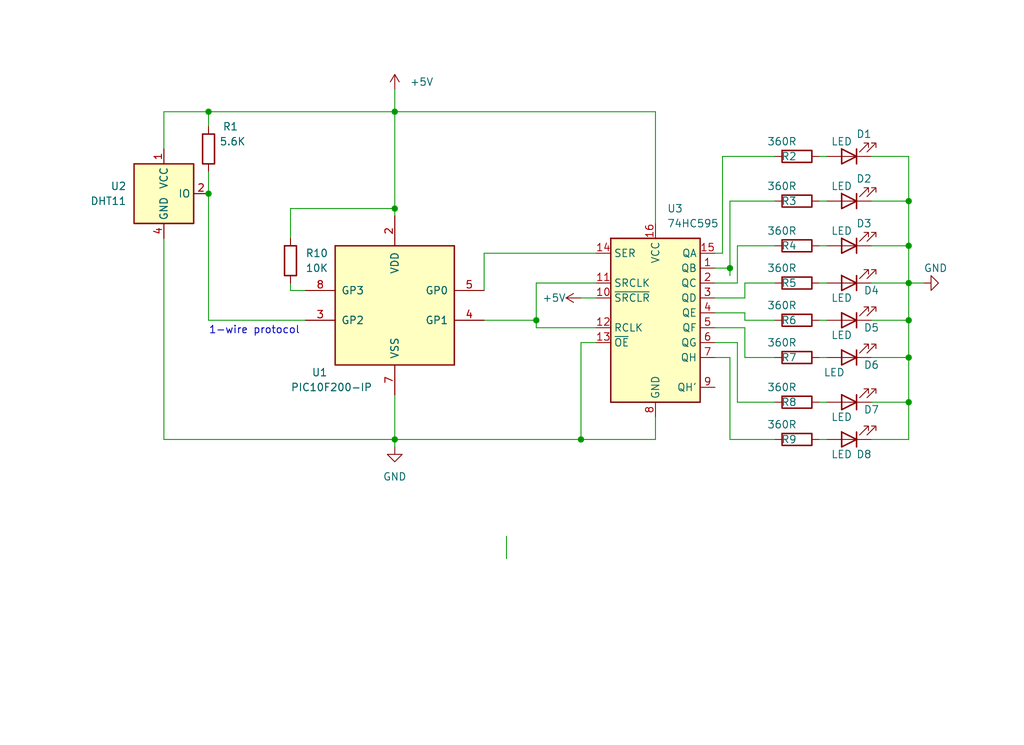
<source format=kicad_sch>
(kicad_sch (version 20230121) (generator eeschema)
  (paper "User" 174.6 127)
  (title_block (title "PIC10F200, DHT11 and 74HC595 (8 LEDs)") (company "Ricardo Lima Caratti"))
  (lib_symbols
    (symbol "74xx:74HC595"
      (property "Reference" "U" (at -7.62 13.97 0))
      (property "Value" "74HC595" (at -7.62 -16.51 0))
      (symbol "74HC595_1_0"
        (pin tri_state line (at 10.16 7.62 180) (length 2.54) (name "QB") (number "1"))
        (pin input line (at -10.16 2.54 0) (length 2.54) (name "~{SRCLR}") (number "10"))
        (pin input line (at -10.16 5.08 0) (length 2.54) (name "SRCLK") (number "11"))
        (pin input line (at -10.16 -2.54 0) (length 2.54) (name "RCLK") (number "12"))
        (pin input line (at -10.16 -5.08 0) (length 2.54) (name "~{OE}") (number "13"))
        (pin input line (at -10.16 10.16 0) (length 2.54) (name "SER") (number "14"))
        (pin tri_state line (at 10.16 10.16 180) (length 2.54) (name "QA") (number "15"))
        (pin power_in line (at 0 15.24 270) (length 2.54) (name "VCC") (number "16"))
        (pin tri_state line (at 10.16 5.08 180) (length 2.54) (name "QC") (number "2"))
        (pin tri_state line (at 10.16 2.54 180) (length 2.54) (name "QD") (number "3"))
        (pin tri_state line (at 10.16 0 180) (length 2.54) (name "QE") (number "4"))
        (pin tri_state line (at 10.16 -2.54 180) (length 2.54) (name "QF") (number "5"))
        (pin tri_state line (at 10.16 -5.08 180) (length 2.54) (name "QG") (number "6"))
        (pin tri_state line (at 10.16 -7.62 180) (length 2.54) (name "QH") (number "7"))
        (pin power_in line (at 0 -17.78 90) (length 2.54) (name "GND") (number "8"))
        (pin output line (at 10.16 -12.7 180) (length 2.54) (name "QH'") (number "9"))
      )
      (symbol "74HC595_1_1"
        (rectangle (start -7.62 12.7) (end 7.62 -15.24) (stroke (width 0.254)) (fill (type background)))
      )
    )
    (symbol "Device:LED" (pin_numbers hide) (pin_names (offset 1.016) hide)
      (property "Reference" "D" (at 0 2.54 0))
      (property "Value" "LED" (at 0 -2.54 0))
      (symbol "LED_0_1"
        (polyline (pts (xy -1.27 -1.27) (xy -1.27 1.27)) (stroke (width 0.254)))
        (polyline (pts (xy -1.27 0) (xy 1.27 0)))
        (polyline (pts (xy 1.27 -1.27) (xy 1.27 1.27) (xy -1.27 0) (xy 1.27 -1.27)) (stroke (width 0.254)))
        (polyline (pts (xy -3.048 -0.762) (xy -4.572 -2.286) (xy -3.81 -2.286) (xy -4.572 -2.286) (xy -4.572 -1.524)))
        (polyline (pts (xy -1.778 -0.762) (xy -3.302 -2.286) (xy -2.54 -2.286) (xy -3.302 -2.286) (xy -3.302 -1.524)))
      )
      (symbol "LED_1_1"
        (pin passive line (at -3.81 0 0) (length 2.54) (name "K") (number "1"))
        (pin passive line (at 3.81 0 180) (length 2.54) (name "A") (number "2"))
      )
    )
    (symbol "Device:R" (pin_numbers hide) (pin_names (offset 0))
      (property "Reference" "R" (at 2.032 0 90))
      (property "Value" "R" (at 0 0 90))
      (symbol "R_0_1"
        (rectangle (start -1.016 -2.54) (end 1.016 2.54) (stroke (width 0.254)))
      )
      (symbol "R_1_1"
        (pin passive line (at 0 3.81 270) (length 1.27) (name "~") (number "1"))
        (pin passive line (at 0 -3.81 90) (length 1.27) (name "~") (number "2"))
      )
    )
    (symbol "MCU_Microchip_PIC10:PIC10F200-IP" (pin_names (offset 1.016))
      (property "Reference" "U" (at 1.27 13.97 0))
      (property "Value" "PIC10F200-IP" (at 1.27 11.43 0))
      (symbol "PIC10F200-IP_0_1"
        (rectangle (start -10.16 10.16) (end 10.16 -10.16) (stroke (width 0.254)) (fill (type background)))
      )
      (symbol "PIC10F200-IP_1_1"
        (pin power_in line (at 0 15.24 270) (length 5.08) (name "VDD") (number "2"))
        (pin bidirectional line (at 15.24 -2.54 180) (length 5.08) (name "GP2") (number "3"))
        (pin bidirectional line (at -15.24 -2.54 0) (length 5.08) (name "GP1") (number "4"))
        (pin bidirectional line (at -15.24 2.54 0) (length 5.08) (name "GP0") (number "5"))
        (pin power_in line (at 0 -15.24 90) (length 5.08) (name "VSS") (number "7"))
        (pin input line (at 15.24 2.54 180) (length 5.08) (name "GP3") (number "8"))
      )
    )
    (symbol "Sensor:DHT11"
      (property "Reference" "U" (at -3.81 6.35 0))
      (property "Value" "DHT11" (at 3.81 6.35 0))
      (symbol "DHT11_0_1"
        (rectangle (start -5.08 5.08) (end 5.08 -5.08) (stroke (width 0.254)) (fill (type background)))
      )
      (symbol "DHT11_1_1"
        (pin power_in line (at 0 7.62 270) (length 2.54) (name "VCC") (number "1"))
        (pin bidirectional line (at 7.62 0 180) (length 2.54) (name "IO") (number "2"))
        (pin no_connect line (at -5.08 0 0) (length 2.54) hide (name "NC") (number "3"))
        (pin power_in line (at 0 -7.62 90) (length 2.54) (name "GND") (number "4"))
      )
    )
    (symbol "power:+5V" (power) (pin_names (offset 0))
      (property "Value" "+5V" (at 0 3.556 0))
      (symbol "+5V_0_1"
        (polyline (pts (xy -0.762 1.27) (xy 0 2.54)))
        (polyline (pts (xy 0 0) (xy 0 2.54)))
        (polyline (pts (xy 0 2.54) (xy 0.762 1.27)))
      )
      (symbol "+5V_1_1"
        (pin power_in line (at 0 0 90) (length 0) hide (name "+5V") (number "1"))
      )
    )
    (symbol "power:GND" (power) (pin_names (offset 0))
      (property "Value" "GND" (at 0 -3.81 0))
      (symbol "GND_0_1"
        (polyline (pts (xy 0 0) (xy 0 -1.27) (xy 1.27 -1.27) (xy 0 -2.54) (xy -1.27 -1.27) (xy 0 -1.27)))
      )
      (symbol "GND_1_1"
        (pin power_in line (at 0 0 270) (length 0) hide (name "GND") (number "1"))
      )
    )
  )
  (junction (at 67.31 74.93))
  (junction (at 154.94 60.96))
  (junction (at 154.94 68.58))
  (junction (at 67.31 35.56))
  (junction (at 99.06 74.93))
  (junction (at 67.31 19.05))
  (junction (at 124.46 45.72))
  (junction (at 35.56 33.02))
  (junction (at 154.94 54.61))
  (junction (at 91.44 54.61))
  (junction (at 154.94 48.26))
  (junction (at 154.94 34.29))
  (junction (at 154.94 41.91))
  (junction (at 35.56 19.05))
  (wire (pts (xy 67.31 74.93) (xy 67.31 76.2)))
  (wire (pts (xy 124.46 45.72) (xy 124.46 34.29)))
  (wire (pts (xy 127 55.88) (xy 127 60.96)))
  (wire (pts (xy 86.36 91.44) (xy 86.36 95.25)))
  (wire (pts (xy 148.59 68.58) (xy 154.94 68.58)))
  (wire (pts (xy 82.55 43.18) (xy 101.6 43.18)))
  (wire (pts (xy 101.6 58.42) (xy 99.06 58.42)))
  (wire (pts (xy 121.92 43.18) (xy 123.19 43.18)))
  (wire (pts (xy 148.59 48.26) (xy 154.94 48.26)))
  (wire (pts (xy 27.94 25.4) (xy 27.94 19.05)))
  (wire (pts (xy 127 48.26) (xy 132.08 48.26)))
  (wire (pts (xy 125.73 41.91) (xy 132.08 41.91)))
  (wire (pts (xy 148.59 54.61) (xy 154.94 54.61)))
  (wire (pts (xy 121.92 53.34) (xy 127 53.34)))
  (wire (pts (xy 82.55 49.53) (xy 82.55 43.18)))
  (wire (pts (xy 125.73 68.58) (xy 132.08 68.58)))
  (wire (pts (xy 139.7 68.58) (xy 140.97 68.58)))
  (wire (pts (xy 121.92 60.96) (xy 124.46 60.96)))
  (wire (pts (xy 52.07 49.53) (xy 49.53 49.53)))
  (wire (pts (xy 121.92 58.42) (xy 125.73 58.42)))
  (wire (pts (xy 35.56 33.02) (xy 35.56 54.61)))
  (wire (pts (xy 123.19 43.18) (xy 123.19 26.67)))
  (wire (pts (xy 139.7 48.26) (xy 140.97 48.26)))
  (wire (pts (xy 124.46 45.72) (xy 121.92 45.72)))
  (wire (pts (xy 121.92 48.26) (xy 125.73 48.26)))
  (wire (pts (xy 27.94 74.93) (xy 67.31 74.93)))
  (wire (pts (xy 123.19 26.67) (xy 132.08 26.67)))
  (wire (pts (xy 139.7 60.96) (xy 140.97 60.96)))
  (wire (pts (xy 67.31 36.83) (xy 67.31 35.56)))
  (wire (pts (xy 91.44 55.88) (xy 101.6 55.88)))
  (wire (pts (xy 148.59 26.67) (xy 154.94 26.67)))
  (wire (pts (xy 101.6 48.26) (xy 91.44 48.26)))
  (wire (pts (xy 121.92 50.8) (xy 127 50.8)))
  (wire (pts (xy 127 53.34) (xy 127 54.61)))
  (wire (pts (xy 139.7 74.93) (xy 140.97 74.93)))
  (wire (pts (xy 35.56 21.59) (xy 35.56 19.05)))
  (wire (pts (xy 121.92 55.88) (xy 127 55.88)))
  (wire (pts (xy 154.94 34.29) (xy 154.94 41.91)))
  (wire (pts (xy 35.56 19.05) (xy 67.31 19.05)))
  (wire (pts (xy 111.76 74.93) (xy 99.06 74.93)))
  (wire (pts (xy 125.73 48.26) (xy 125.73 41.91)))
  (wire (pts (xy 111.76 19.05) (xy 67.31 19.05)))
  (wire (pts (xy 49.53 35.56) (xy 67.31 35.56)))
  (wire (pts (xy 124.46 34.29) (xy 132.08 34.29)))
  (wire (pts (xy 154.94 26.67) (xy 154.94 34.29)))
  (wire (pts (xy 148.59 60.96) (xy 154.94 60.96)))
  (wire (pts (xy 139.7 41.91) (xy 140.97 41.91)))
  (wire (pts (xy 154.94 54.61) (xy 154.94 60.96)))
  (wire (pts (xy 111.76 71.12) (xy 111.76 74.93)))
  (wire (pts (xy 99.06 50.8) (xy 101.6 50.8)))
  (wire (pts (xy 124.46 74.93) (xy 132.08 74.93)))
  (wire (pts (xy 49.53 48.26) (xy 49.53 49.53)))
  (wire (pts (xy 99.06 74.93) (xy 67.31 74.93)))
  (wire (pts (xy 111.76 38.1) (xy 111.76 19.05)))
  (wire (pts (xy 124.46 60.96) (xy 124.46 74.93)))
  (wire (pts (xy 27.94 40.64) (xy 27.94 74.93)))
  (wire (pts (xy 125.73 58.42) (xy 125.73 68.58)))
  (wire (pts (xy 67.31 67.31) (xy 67.31 74.93)))
  (wire (pts (xy 154.94 41.91) (xy 154.94 48.26)))
  (wire (pts (xy 127 50.8) (xy 127 48.26)))
  (wire (pts (xy 124.46 46.99) (xy 124.46 45.72)))
  (wire (pts (xy 139.7 26.67) (xy 140.97 26.67)))
  (wire (pts (xy 148.59 34.29) (xy 154.94 34.29)))
  (wire (pts (xy 154.94 60.96) (xy 154.94 68.58)))
  (wire (pts (xy 148.59 74.93) (xy 154.94 74.93)))
  (wire (pts (xy 27.94 19.05) (xy 35.56 19.05)))
  (wire (pts (xy 154.94 68.58) (xy 154.94 74.93)))
  (wire (pts (xy 91.44 48.26) (xy 91.44 54.61)))
  (wire (pts (xy 91.44 54.61) (xy 91.44 55.88)))
  (wire (pts (xy 139.7 54.61) (xy 140.97 54.61)))
  (wire (pts (xy 148.59 41.91) (xy 154.94 41.91)))
  (wire (pts (xy 67.31 19.05) (xy 67.31 35.56)))
  (wire (pts (xy 35.56 29.21) (xy 35.56 33.02)))
  (wire (pts (xy 99.06 58.42) (xy 99.06 74.93)))
  (wire (pts (xy 67.31 15.24) (xy 67.31 19.05)))
  (wire (pts (xy 52.07 54.61) (xy 35.56 54.61)))
  (wire (pts (xy 127 54.61) (xy 132.08 54.61)))
  (wire (pts (xy 49.53 35.56) (xy 49.53 40.64)))
  (wire (pts (xy 154.94 48.26) (xy 154.94 54.61)))
  (wire (pts (xy 157.48 48.26) (xy 154.94 48.26)))
  (wire (pts (xy 139.7 34.29) (xy 140.97 34.29)))
  (wire (pts (xy 82.55 54.61) (xy 91.44 54.61)))
  (wire (pts (xy 127 60.96) (xy 132.08 60.96)))
  (text "1-wire protocol" (at 35.56 57.15 0) (effects (font (size 1.27 1.27)) (justify left bottom)))
  (symbol (lib_id "Device:LED") (at 144.78 54.61 180) (unit 1)
    (property "Reference" "D5" (at 148.59 55.88 0))
    (property "Value" "LED" (at 143.51 57.15 0))
  )
  (symbol (lib_id "Device:LED") (at 144.78 48.26 180) (unit 1)
    (property "Reference" "D4" (at 148.59 49.53 0))
    (property "Value" "LED" (at 143.51 50.8 0))
  )
  (symbol (lib_id "Device:R") (at 49.53 44.45 180) (unit 1)
    (property "Reference" "R10" (at 52.07 43.18 0) (effects (justify right)))
    (property "Value" "10K" (at 52.07 45.72 0) (effects (justify right)))
  )
  (symbol (lib_id "Device:LED") (at 144.78 26.67 180) (unit 1)
    (property "Reference" "D1" (at 147.32 22.86 0))
    (property "Value" "LED" (at 143.51 24.13 0))
  )
  (symbol (lib_id "Device:R") (at 135.89 68.58 270) (mirror x) (unit 1)
    (property "Reference" "R8" (at 135.89 68.58 90) (effects (justify right)))
    (property "Value" "360R" (at 135.89 66.04 90) (effects (justify right)))
  )
  (symbol (lib_id "Device:LED") (at 144.78 34.29 180) (unit 1)
    (property "Reference" "D2" (at 147.32 30.48 0))
    (property "Value" "LED" (at 143.51 31.75 0))
  )
  (symbol (lib_id "Device:R") (at 135.89 54.61 270) (mirror x) (unit 1)
    (property "Reference" "R6" (at 135.89 54.61 90) (effects (justify right)))
    (property "Value" "360R" (at 135.89 52.07 90) (effects (justify right)))
  )
  (symbol (lib_id "Device:LED") (at 144.78 68.58 180) (unit 1)
    (property "Reference" "D7" (at 148.59 69.85 0))
    (property "Value" "LED" (at 143.51 71.12 0))
  )
  (symbol (lib_id "Device:LED") (at 144.78 74.93 180) (unit 1)
    (property "Reference" "D8" (at 147.32 77.47 0))
    (property "Value" "LED" (at 143.51 77.47 0))
  )
  (symbol (lib_id "Device:R") (at 135.89 41.91 270) (mirror x) (unit 1)
    (property "Reference" "R4" (at 135.89 41.91 90) (effects (justify right)))
    (property "Value" "360R" (at 135.89 39.37 90) (effects (justify right)))
  )
  (symbol (lib_id "74xx:74HC595") (at 111.76 53.34 0) (unit 1)
    (property "Reference" "U3" (at 113.7159 35.56 0) (effects (justify left)))
    (property "Value" "74HC595" (at 113.7159 38.1 0) (effects (justify left)))
    (property "Datasheet" "http://www.ti.com/lit/ds/symlink/sn74hc595.pdf" (effects hide))
  )
  (symbol (lib_id "power:+5V") (at 99.06 50.8 90) (unit 1)
    (property "Reference" "#PWR01" (effects hide))
    (property "Value" "+5V" (at 96.52 50.8 90) (effects (justify left)))
  )
  (symbol (lib_id "Device:R") (at 135.89 34.29 270) (mirror x) (unit 1)
    (property "Reference" "R3" (at 135.89 34.29 90) (effects (justify right)))
    (property "Value" "360R" (at 135.89 31.75 90) (effects (justify right)))
  )
  (symbol (lib_id "Device:R") (at 135.89 60.96 270) (mirror x) (unit 1)
    (property "Reference" "R7" (at 135.89 60.96 90) (effects (justify right)))
    (property "Value" "360R" (at 135.89 58.42 90) (effects (justify right)))
  )
  (symbol (lib_id "MCU_Microchip_PIC10:PIC10F200-IP") (at 67.31 52.07 0) (mirror y) (unit 1)
    (property "Reference" "U1" (at 55.88 63.5 0) (effects (justify left)))
    (property "Value" "PIC10F200-IP" (at 63.5 66.04 0) (effects (justify left)))
    (property "Footprint" "Package_DIP:DIP-8_W7.62mm" (effects hide))
    (property "Datasheet" "http://ww1.microchip.com/downloads/en/DeviceDoc/41239D.pdf" (effects hide))
  )
  (symbol (lib_id "power:+5V") (at 67.31 15.24 0) (unit 1)
    (property "Reference" "#PWR05" (effects hide))
    (property "Value" "+5V" (at 69.85 13.97 0) (effects (justify left)))
  )
  (symbol (lib_id "Sensor:DHT11") (at 27.94 33.02 0) (unit 1)
    (property "Reference" "U2" (at 21.59 31.75 0) (effects (justify right)))
    (property "Value" "DHT11" (at 21.59 34.29 0) (effects (justify right)))
    (property "Footprint" "Sensor:Aosong_DHT11_5.5x12.0_P2.54mm" (effects hide))
    (property "Datasheet" "http://akizukidenshi.com/download/ds/aosong/DHT11.pdf" (effects hide))
  )
  (symbol (lib_id "Device:R") (at 35.56 25.4 0) (mirror x) (unit 1)
    (property "Reference" "R1" (at 40.64 21.59 0) (effects (justify right)))
    (property "Value" "5.6K" (at 41.91 24.13 0) (effects (justify right)))
  )
  (symbol (lib_id "Device:LED") (at 144.78 60.96 180) (unit 1)
    (property "Reference" "D6" (at 148.59 62.23 0))
    (property "Value" "LED" (at 142.24 63.5 0))
  )
  (symbol (lib_id "Device:R") (at 135.89 48.26 270) (mirror x) (unit 1)
    (property "Reference" "R5" (at 135.89 48.26 90) (effects (justify right)))
    (property "Value" "360R" (at 135.89 45.72 90) (effects (justify right)))
  )
  (symbol (lib_id "power:GND") (at 67.31 76.2 0) (unit 1)
    (property "Reference" "#PWR02" (effects hide))
    (property "Value" "GND" (at 67.31 81.28 0))
  )
  (symbol (lib_id "Device:R") (at 135.89 74.93 270) (mirror x) (unit 1)
    (property "Reference" "R9" (at 135.89 74.93 90) (effects (justify right)))
    (property "Value" "360R" (at 135.89 72.39 90) (effects (justify right)))
  )
  (symbol (lib_id "power:GND") (at 157.48 48.26 90) (unit 1)
    (property "Reference" "#PWR03" (effects hide))
    (property "Value" "GND" (at 157.48 45.72 90) (effects (justify right)))
  )
  (symbol (lib_id "Device:R") (at 135.89 26.67 270) (mirror x) (unit 1)
    (property "Reference" "R2" (at 135.89 26.67 90) (effects (justify right)))
    (property "Value" "360R" (at 135.89 24.13 90) (effects (justify right)))
  )
  (symbol (lib_id "Device:LED") (at 144.78 41.91 180) (unit 1)
    (property "Reference" "D3" (at 147.32 38.1 0))
    (property "Value" "LED" (at 143.51 39.37 0))
  )
)
</source>
